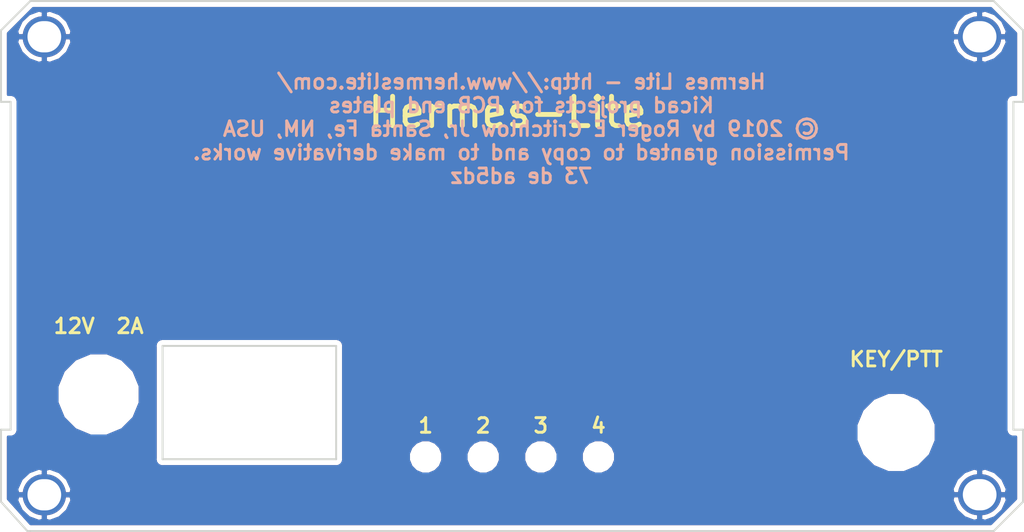
<source format=kicad_pcb>
(kicad_pcb (version 20171130) (host pcbnew 5.0.2+dfsg1-1)

  (general
    (thickness 1.6)
    (drawings 29)
    (tracks 0)
    (zones 0)
    (modules 10)
    (nets 2)
  )

  (page A4)
  (layers
    (0 F.Cu signal)
    (31 B.Cu signal)
    (32 B.Adhes user)
    (33 F.Adhes user)
    (34 B.Paste user)
    (35 F.Paste user)
    (36 B.SilkS user)
    (37 F.SilkS user)
    (38 B.Mask user)
    (39 F.Mask user)
    (40 Dwgs.User user)
    (41 Cmts.User user)
    (42 Eco1.User user)
    (43 Eco2.User user)
    (44 Edge.Cuts user)
    (45 Margin user)
    (46 B.CrtYd user)
    (47 F.CrtYd user)
    (48 B.Fab user)
    (49 F.Fab user)
  )

  (setup
    (last_trace_width 0.25)
    (trace_clearance 0.2)
    (zone_clearance 0.508)
    (zone_45_only no)
    (trace_min 0.2)
    (segment_width 0.2)
    (edge_width 0.2)
    (via_size 0.8)
    (via_drill 0.4)
    (via_min_size 0.4)
    (via_min_drill 0.3)
    (uvia_size 0.3)
    (uvia_drill 0.1)
    (uvias_allowed no)
    (uvia_min_size 0.2)
    (uvia_min_drill 0.1)
    (pcb_text_width 0.3)
    (pcb_text_size 1.5 1.5)
    (mod_edge_width 0.15)
    (mod_text_size 1 1)
    (mod_text_width 0.15)
    (pad_size 4.45 4.2)
    (pad_drill 3.45)
    (pad_to_mask_clearance 0.051)
    (solder_mask_min_width 0.25)
    (aux_axis_origin 0 0)
    (visible_elements FFFFFF7F)
    (pcbplotparams
      (layerselection 0x010fc_ffffffff)
      (usegerberextensions false)
      (usegerberattributes false)
      (usegerberadvancedattributes false)
      (creategerberjobfile false)
      (excludeedgelayer true)
      (linewidth 0.100000)
      (plotframeref false)
      (viasonmask false)
      (mode 1)
      (useauxorigin false)
      (hpglpennumber 1)
      (hpglpenspeed 20)
      (hpglpendiameter 15.000000)
      (psnegative false)
      (psa4output false)
      (plotreference true)
      (plotvalue true)
      (plotinvisibletext false)
      (padsonsilk false)
      (subtractmaskfromsilk false)
      (outputformat 1)
      (mirror false)
      (drillshape 0)
      (scaleselection 1)
      (outputdirectory "gerbers"))
  )

  (net 0 "")
  (net 1 GND)

  (net_class Default "This is the default net class."
    (clearance 0.2)
    (trace_width 0.25)
    (via_dia 0.8)
    (via_drill 0.4)
    (uvia_dia 0.3)
    (uvia_drill 0.1)
    (add_net GND)
  )

  (module MountingHole:MountingHole_2.2mm_M2 (layer F.Cu) (tedit 5D37102B) (tstamp 5D34EB43)
    (at 121.6 187.5)
    (descr "Mounting Hole 2.2mm, no annular, M2")
    (tags "mounting hole 2.2mm no annular m2")
    (attr virtual)
    (fp_text reference 4 (at 0 -3.2) (layer F.SilkS)
      (effects (font (size 1.5 1.5) (thickness 0.3)))
    )
    (fp_text value MountingHole_2.2mm_M2 (at 0 3.2) (layer F.Fab)
      (effects (font (size 1 1) (thickness 0.15)))
    )
    (fp_text user %R (at 0.3 0) (layer F.Fab)
      (effects (font (size 1 1) (thickness 0.15)))
    )
    (fp_circle (center 0 0) (end 2.2 0) (layer Cmts.User) (width 0.15))
    (fp_circle (center 0 0) (end 2.45 0) (layer F.CrtYd) (width 0.05))
    (pad 1 np_thru_hole circle (at 0 0) (size 2.2 2.2) (drill 2.2) (layers *.Cu *.Mask))
  )

  (module MountingHole:MountingHole_2.2mm_M2 (layer F.Cu) (tedit 5D371022) (tstamp 5D34EB35)
    (at 115.7 187.5)
    (descr "Mounting Hole 2.2mm, no annular, M2")
    (tags "mounting hole 2.2mm no annular m2")
    (attr virtual)
    (fp_text reference 3 (at 0 -3.2) (layer F.SilkS)
      (effects (font (size 1.5 1.5) (thickness 0.3)))
    )
    (fp_text value MountingHole_2.2mm_M2 (at 0 3.2) (layer F.Fab)
      (effects (font (size 1 1) (thickness 0.15)))
    )
    (fp_circle (center 0 0) (end 2.45 0) (layer F.CrtYd) (width 0.05))
    (fp_circle (center 0 0) (end 2.2 0) (layer Cmts.User) (width 0.15))
    (fp_text user %R (at 0.3 0) (layer F.Fab)
      (effects (font (size 1 1) (thickness 0.15)))
    )
    (pad 1 np_thru_hole circle (at 0 0) (size 2.2 2.2) (drill 2.2) (layers *.Cu *.Mask))
  )

  (module MountingHole:MountingHole_2.2mm_M2 (layer F.Cu) (tedit 5D371019) (tstamp 5D34EB27)
    (at 109.8 187.5)
    (descr "Mounting Hole 2.2mm, no annular, M2")
    (tags "mounting hole 2.2mm no annular m2")
    (attr virtual)
    (fp_text reference 2 (at 0 -3.2) (layer F.SilkS)
      (effects (font (size 1.5 1.5) (thickness 0.3)))
    )
    (fp_text value MountingHole_2.2mm_M2 (at 0 3.2) (layer F.Fab)
      (effects (font (size 1 1) (thickness 0.15)))
    )
    (fp_text user %R (at 0.3 0) (layer F.Fab)
      (effects (font (size 1 1) (thickness 0.15)))
    )
    (fp_circle (center 0 0) (end 2.2 0) (layer Cmts.User) (width 0.15))
    (fp_circle (center 0 0) (end 2.45 0) (layer F.CrtYd) (width 0.05))
    (pad 1 np_thru_hole circle (at 0 0) (size 2.2 2.2) (drill 2.2) (layers *.Cu *.Mask))
  )

  (module hl2-panel:Oval_Mounting_Hole (layer F.Cu) (tedit 5D33CC53) (tstamp 5D3E00FC)
    (at 64.837664 144.461404)
    (path /5D313F4C)
    (fp_text reference H1 (at 0 0.5) (layer F.SilkS)
      (effects (font (size 1 1) (thickness 0.15)))
    )
    (fp_text value MountingHole_Pad (at 0 -0.5) (layer F.Fab) hide
      (effects (font (size 1 1) (thickness 0.15)))
    )
    (pad 1 thru_hole oval (at 0 0) (size 4.45 4.2) (drill oval 3.45 3.2) (layers *.Cu *.Mask)
      (net 1 GND))
  )

  (module hl2-panel:Oval_Mounting_Hole (layer F.Cu) (tedit 5D34EC48) (tstamp 5D3E0108)
    (at 64.835847 191.382711)
    (path /5D313FA0)
    (fp_text reference H4 (at 0 0.5) (layer F.SilkS)
      (effects (font (size 1 1) (thickness 0.15)))
    )
    (fp_text value MountingHole_Pad (at 0 -0.5) (layer F.Fab) hide
      (effects (font (size 1 1) (thickness 0.15)))
    )
    (pad 1 thru_hole oval (at 0 0) (size 4.45 4.2) (drill oval 3.45 3.2) (layers *.Cu *.Mask)
      (net 1 GND))
  )

  (module hl2-panel:Oval_Mounting_Hole (layer F.Cu) (tedit 5D33CC53) (tstamp 5D3E0104)
    (at 160.655625 191.376298)
    (path /5D313F82)
    (fp_text reference H3 (at 0 0.5) (layer F.SilkS)
      (effects (font (size 1 1) (thickness 0.15)))
    )
    (fp_text value MountingHole_Pad (at 0 -0.5) (layer F.Fab) hide
      (effects (font (size 1 1) (thickness 0.15)))
    )
    (pad 1 thru_hole oval (at 0 0) (size 4.45 4.2) (drill oval 3.45 3.2) (layers *.Cu *.Mask)
      (net 1 GND))
  )

  (module hl2-panel:Oval_Mounting_Hole (layer F.Cu) (tedit 5D33CC53) (tstamp 5D3E0100)
    (at 160.649213 144.459694)
    (path /5D313F66)
    (fp_text reference H2 (at 0 0.5) (layer F.SilkS)
      (effects (font (size 1 1) (thickness 0.15)))
    )
    (fp_text value MountingHole_Pad (at 0 -0.5) (layer F.Fab) hide
      (effects (font (size 1 1) (thickness 0.15)))
    )
    (pad 1 thru_hole oval (at 0 0) (size 4.45 4.2) (drill oval 3.45 3.2) (layers *.Cu *.Mask)
      (net 1 GND))
  )

  (module MountingHole:MountingHole_6mm (layer F.Cu) (tedit 5D370FF3) (tstamp 5D34EA69)
    (at 70.4 181.1)
    (descr "Mounting Hole 6mm, no annular")
    (tags "mounting hole 6mm no annular")
    (attr virtual)
    (fp_text reference "12V  2A" (at 0 -7) (layer F.SilkS)
      (effects (font (size 1.5 1.5) (thickness 0.3)))
    )
    (fp_text value MountingHole_6mm (at 0 7) (layer F.Fab)
      (effects (font (size 1 1) (thickness 0.15)))
    )
    (fp_circle (center 0 0) (end 6.25 0) (layer F.CrtYd) (width 0.05))
    (fp_circle (center 0 0) (end 6 0) (layer Cmts.User) (width 0.15))
    (fp_text user %R (at 0.3 0) (layer F.Fab)
      (effects (font (size 1 1) (thickness 0.15)))
    )
    (pad "" np_thru_hole circle (at 0 0) (size 7.2 7.2) (drill 7.2) (layers *.Cu *.Mask))
  )

  (module MountingHole:MountingHole_2.2mm_M2 (layer F.Cu) (tedit 5D371000) (tstamp 5D34EAB0)
    (at 103.9 187.5)
    (descr "Mounting Hole 2.2mm, no annular, M2")
    (tags "mounting hole 2.2mm no annular m2")
    (attr virtual)
    (fp_text reference 1 (at 0 -3.2) (layer F.SilkS)
      (effects (font (size 1.5 1.5) (thickness 0.3)))
    )
    (fp_text value MountingHole_2.2mm_M2 (at 0 3.2) (layer F.Fab)
      (effects (font (size 1 1) (thickness 0.15)))
    )
    (fp_circle (center 0 0) (end 2.45 0) (layer F.CrtYd) (width 0.05))
    (fp_circle (center 0 0) (end 2.2 0) (layer Cmts.User) (width 0.15))
    (fp_text user %R (at 0.3 0) (layer F.Fab)
      (effects (font (size 1 1) (thickness 0.15)))
    )
    (pad 1 np_thru_hole circle (at 0 0) (size 2.2 2.2) (drill 2.2) (layers *.Cu *.Mask))
  )

  (module MountingHole:MountingHole_6.5mm (layer F.Cu) (tedit 5D37103A) (tstamp 5D34EB8E)
    (at 152.1 185)
    (descr "Mounting Hole 6.5mm, no annular")
    (tags "mounting hole 6.5mm no annular")
    (attr virtual)
    (fp_text reference KEY/PTT (at 0 -7.5) (layer F.SilkS)
      (effects (font (size 1.5 1.5) (thickness 0.3)))
    )
    (fp_text value MountingHole_6.5mm (at 0 7.5) (layer F.Fab)
      (effects (font (size 1 1) (thickness 0.15)))
    )
    (fp_circle (center 0 0) (end 6.75 0) (layer F.CrtYd) (width 0.05))
    (fp_circle (center 0 0) (end 6.5 0) (layer Cmts.User) (width 0.15))
    (fp_text user %R (at 0.3 0) (layer F.Fab)
      (effects (font (size 1 1) (thickness 0.15)))
    )
    (pad "" np_thru_hole circle (at 0 0) (size 6.9 6.9) (drill 6.9) (layers *.Cu *.Mask))
  )

  (gr_text "Hermes Lite - http://www.hermeslite.com/\nKicad projects for PCB end plates\n© 2019 by Roger E Critchlow Jr, Santa Fe, NM, USA\nPermission granted to copy and to make derivative works.\n73 de ad5dz\n" (at 113.7 153.9) (layer B.SilkS)
    (effects (font (size 1.5 1.5) (thickness 0.3)) (justify mirror))
  )
  (gr_text Hermes-Lite (at 112.3 152.2) (layer F.SilkS)
    (effects (font (size 3 3) (thickness 0.5)))
  )
  (gr_line (start 116.710388 187.468348) (end 116.710388 187.468348) (layer Dwgs.User) (width 0.2))
  (gr_line (start 116.710388 187.468348) (end 116.710388 187.468348) (layer Dwgs.User) (width 0.2))
  (gr_line (start 76.952334 187.739969) (end 76.952334 187.739969) (layer Dwgs.User) (width 0.2))
  (gr_line (start 94.732331 187.739969) (end 76.952334 187.739969) (layer Edge.Cuts) (width 0.2))
  (gr_line (start 94.732331 176.133591) (end 94.732331 187.739969) (layer Edge.Cuts) (width 0.2))
  (gr_line (start 76.952334 176.133591) (end 94.732331 176.133591) (layer Edge.Cuts) (width 0.2))
  (gr_line (start 76.952334 187.739969) (end 76.952334 176.133591) (layer Edge.Cuts) (width 0.2))
  (gr_line (start 60.407054 140.795841) (end 60.407054 140.795841) (layer Dwgs.User) (width 0.2))
  (gr_line (start 63.4 195.1) (end 63.1 195.1) (layer Edge.Cuts) (width 0.2))
  (gr_line (start 60.4 192.1) (end 63.1 195.1) (layer Edge.Cuts) (width 0.2))
  (gr_line (start 63.4 195.1) (end 162.1 195.1) (layer Edge.Cuts) (width 0.2) (tstamp 5D34D9BA))
  (gr_line (start 162.1 195.1) (end 165.1 192.1) (layer Edge.Cuts) (width 0.2))
  (gr_line (start 165.1 192.1) (end 165.1 184.714296) (layer Edge.Cuts) (width 0.2) (tstamp 5D34D91B))
  (gr_line (start 162.1 140.8) (end 165.1 143.8) (layer Edge.Cuts) (width 0.2))
  (gr_line (start 162.1 140.8) (end 63.6 140.8) (layer Edge.Cuts) (width 0.2) (tstamp 5D34D7BC))
  (gr_line (start 165.1 143.8) (end 165.1 143.8) (layer Edge.Cuts) (width 0.2) (tstamp 5D34D7A7))
  (gr_line (start 63.6 140.8) (end 63.4 140.8) (layer Edge.Cuts) (width 0.2))
  (gr_line (start 60.4 143.8) (end 63.4 140.8) (layer Edge.Cuts) (width 0.2))
  (gr_line (start 60.395554 143.8) (end 60.395554 151.13) (layer Edge.Cuts) (width 0.2) (tstamp 5D34D5E8))
  (gr_line (start 60.395554 184.714296) (end 60.395554 192.1) (layer Edge.Cuts) (width 0.2))
  (gr_line (start 61.383334 184.71438) (end 60.395554 184.714296) (layer Edge.Cuts) (width 0.2))
  (gr_line (start 61.383334 151.12992) (end 61.383334 184.71438) (layer Edge.Cuts) (width 0.2))
  (gr_line (start 60.395554 151.13) (end 61.383334 151.12992) (layer Edge.Cuts) (width 0.2))
  (gr_line (start 164.11222 151.12992) (end 165.1 151.13) (layer Edge.Cuts) (width 0.2))
  (gr_line (start 164.11222 184.71438) (end 164.11222 151.12992) (layer Edge.Cuts) (width 0.2))
  (gr_line (start 165.1 184.714296) (end 164.11222 184.71438) (layer Edge.Cuts) (width 0.2))
  (gr_line (start 165.1 151.13) (end 165.1 143.8) (layer Edge.Cuts) (width 0.2))

  (zone (net 1) (net_name GND) (layer F.Cu) (tstamp 5D3702AF) (hatch edge 0.508)
    (connect_pads (clearance 0.508))
    (min_thickness 0.254)
    (fill yes (arc_segments 16) (thermal_gap 0.508) (thermal_bridge_width 0.508))
    (polygon
      (pts
        (xy 63.7 141.2) (xy 162 141.1) (xy 164.8 143.9) (xy 164.8 150.8) (xy 163.8 150.8)
        (xy 163.8 185) (xy 164.8 185) (xy 164.8 192) (xy 162 194.8) (xy 63.2 194.8)
        (xy 60.7 192) (xy 60.7 185) (xy 61.7 185) (xy 61.7 150.8) (xy 60.7 150.8)
        (xy 60.7 143.9) (xy 63.4 141.2)
      )
    )
    (polygon
      (pts
        (xy 76.7 175.9) (xy 95 175.9) (xy 95 188) (xy 76.7 188)
      )
    )
    (filled_polygon
      (pts
        (xy 164.365001 144.104448) (xy 164.365 150.394941) (xy 164.184642 150.394927) (xy 164.11222 150.380521) (xy 163.960774 150.410646)
        (xy 163.825494 150.437543) (xy 163.825469 150.43756) (xy 163.825438 150.437566) (xy 163.701861 150.520137) (xy 163.582358 150.599973)
        (xy 163.582341 150.599998) (xy 163.582316 150.600015) (xy 163.502504 150.719463) (xy 163.41989 150.843081) (xy 163.419884 150.843112)
        (xy 163.419867 150.843137) (xy 163.391528 150.985607) (xy 163.362822 151.12986) (xy 163.377221 151.202279) (xy 163.37722 184.642027)
        (xy 163.362822 184.714443) (xy 163.38969 184.849457) (xy 163.419866 185.001162) (xy 163.419885 185.00119) (xy 163.419891 185.001221)
        (xy 163.497086 185.11673) (xy 163.582315 185.244285) (xy 163.582344 185.244304) (xy 163.582361 185.24433) (xy 163.699183 185.322374)
        (xy 163.825437 185.406734) (xy 163.82547 185.406741) (xy 163.825496 185.406758) (xy 163.965004 185.434496) (xy 164.11222 185.463779)
        (xy 164.18464 185.449374) (xy 164.365001 185.449358) (xy 164.365 191.795553) (xy 161.795554 194.365) (xy 63.427342 194.365)
        (xy 61.240822 191.935534) (xy 62.0323 191.935534) (xy 62.050994 192.019229) (xy 62.497048 192.988659) (xy 63.280133 193.713598)
        (xy 64.281031 194.08368) (xy 64.708847 193.958915) (xy 64.708847 191.509711) (xy 64.962847 191.509711) (xy 64.962847 193.958915)
        (xy 65.390663 194.08368) (xy 66.391561 193.713598) (xy 67.174646 192.988659) (xy 67.6207 192.019229) (xy 67.639394 191.935534)
        (xy 67.637807 191.929121) (xy 157.852078 191.929121) (xy 157.870772 192.012816) (xy 158.316826 192.982246) (xy 159.099911 193.707185)
        (xy 160.100809 194.077267) (xy 160.528625 193.952502) (xy 160.528625 191.503298) (xy 160.782625 191.503298) (xy 160.782625 193.952502)
        (xy 161.210441 194.077267) (xy 162.211339 193.707185) (xy 162.994424 192.982246) (xy 163.440478 192.012816) (xy 163.459172 191.929121)
        (xy 163.353743 191.503298) (xy 160.782625 191.503298) (xy 160.528625 191.503298) (xy 157.957507 191.503298) (xy 157.852078 191.929121)
        (xy 67.637807 191.929121) (xy 67.533965 191.509711) (xy 64.962847 191.509711) (xy 64.708847 191.509711) (xy 62.137729 191.509711)
        (xy 62.0323 191.935534) (xy 61.240822 191.935534) (xy 61.130554 191.813015) (xy 61.130554 190.829888) (xy 62.0323 190.829888)
        (xy 62.137729 191.255711) (xy 64.708847 191.255711) (xy 64.708847 188.806507) (xy 64.962847 188.806507) (xy 64.962847 191.255711)
        (xy 67.533965 191.255711) (xy 67.639394 190.829888) (xy 67.637962 190.823475) (xy 157.852078 190.823475) (xy 157.957507 191.249298)
        (xy 160.528625 191.249298) (xy 160.528625 188.800094) (xy 160.782625 188.800094) (xy 160.782625 191.249298) (xy 163.353743 191.249298)
        (xy 163.459172 190.823475) (xy 163.440478 190.73978) (xy 162.994424 189.77035) (xy 162.211339 189.045411) (xy 161.210441 188.675329)
        (xy 160.782625 188.800094) (xy 160.528625 188.800094) (xy 160.100809 188.675329) (xy 159.099911 189.045411) (xy 158.316826 189.77035)
        (xy 157.870772 190.73978) (xy 157.852078 190.823475) (xy 67.637962 190.823475) (xy 67.6207 190.746193) (xy 67.174646 189.776763)
        (xy 66.391561 189.051824) (xy 65.390663 188.681742) (xy 64.962847 188.806507) (xy 64.708847 188.806507) (xy 64.281031 188.681742)
        (xy 63.280133 189.051824) (xy 62.497048 189.776763) (xy 62.050994 190.746193) (xy 62.0323 190.829888) (xy 61.130554 190.829888)
        (xy 61.130554 185.449358) (xy 61.310914 185.449374) (xy 61.383334 185.463779) (xy 61.53055 185.434496) (xy 61.670058 185.406758)
        (xy 61.670084 185.406741) (xy 61.670117 185.406734) (xy 61.796371 185.322374) (xy 61.913193 185.24433) (xy 61.91321 185.244304)
        (xy 61.913239 185.244285) (xy 62.000387 185.113859) (xy 62.075663 185.001221) (xy 62.075669 185.001192) (xy 62.075688 185.001163)
        (xy 62.106317 184.847181) (xy 62.132732 184.714443) (xy 62.118334 184.642027) (xy 62.118334 180.257606) (xy 66.165 180.257606)
        (xy 66.165 181.942394) (xy 66.80974 183.498935) (xy 68.001065 184.69026) (xy 69.557606 185.335) (xy 71.242394 185.335)
        (xy 72.798935 184.69026) (xy 73.99026 183.498935) (xy 74.635 181.942394) (xy 74.635 180.257606) (xy 73.99026 178.701065)
        (xy 72.798935 177.50974) (xy 71.242394 176.865) (xy 69.557606 176.865) (xy 68.001065 177.50974) (xy 66.80974 178.701065)
        (xy 66.165 180.257606) (xy 62.118334 180.257606) (xy 62.118334 176.133591) (xy 76.202935 176.133591) (xy 76.217335 176.205984)
        (xy 76.217334 187.667581) (xy 76.202935 187.739969) (xy 76.25998 188.026752) (xy 76.422429 188.269874) (xy 76.665551 188.432323)
        (xy 76.952334 188.489368) (xy 77.024722 188.474969) (xy 94.659943 188.474969) (xy 94.732331 188.489368) (xy 94.804719 188.474969)
        (xy 94.864409 188.463096) (xy 95.019114 188.432323) (xy 95.262236 188.269874) (xy 95.424685 188.026752) (xy 95.467331 187.812357)
        (xy 95.467331 187.812356) (xy 95.48173 187.739969) (xy 95.467331 187.667581) (xy 95.467331 187.154887) (xy 102.165 187.154887)
        (xy 102.165 187.845113) (xy 102.429138 188.482799) (xy 102.917201 188.970862) (xy 103.554887 189.235) (xy 104.245113 189.235)
        (xy 104.882799 188.970862) (xy 105.370862 188.482799) (xy 105.635 187.845113) (xy 105.635 187.154887) (xy 108.065 187.154887)
        (xy 108.065 187.845113) (xy 108.329138 188.482799) (xy 108.817201 188.970862) (xy 109.454887 189.235) (xy 110.145113 189.235)
        (xy 110.782799 188.970862) (xy 111.270862 188.482799) (xy 111.535 187.845113) (xy 111.535 187.154887) (xy 113.965 187.154887)
        (xy 113.965 187.845113) (xy 114.229138 188.482799) (xy 114.717201 188.970862) (xy 115.354887 189.235) (xy 116.045113 189.235)
        (xy 116.682799 188.970862) (xy 117.170862 188.482799) (xy 117.435 187.845113) (xy 117.435 187.154887) (xy 119.865 187.154887)
        (xy 119.865 187.845113) (xy 120.129138 188.482799) (xy 120.617201 188.970862) (xy 121.254887 189.235) (xy 121.945113 189.235)
        (xy 122.582799 188.970862) (xy 123.070862 188.482799) (xy 123.335 187.845113) (xy 123.335 187.154887) (xy 123.070862 186.517201)
        (xy 122.582799 186.029138) (xy 121.945113 185.765) (xy 121.254887 185.765) (xy 120.617201 186.029138) (xy 120.129138 186.517201)
        (xy 119.865 187.154887) (xy 117.435 187.154887) (xy 117.170862 186.517201) (xy 116.682799 186.029138) (xy 116.045113 185.765)
        (xy 115.354887 185.765) (xy 114.717201 186.029138) (xy 114.229138 186.517201) (xy 113.965 187.154887) (xy 111.535 187.154887)
        (xy 111.270862 186.517201) (xy 110.782799 186.029138) (xy 110.145113 185.765) (xy 109.454887 185.765) (xy 108.817201 186.029138)
        (xy 108.329138 186.517201) (xy 108.065 187.154887) (xy 105.635 187.154887) (xy 105.370862 186.517201) (xy 104.882799 186.029138)
        (xy 104.245113 185.765) (xy 103.554887 185.765) (xy 102.917201 186.029138) (xy 102.429138 186.517201) (xy 102.165 187.154887)
        (xy 95.467331 187.154887) (xy 95.467331 184.187443) (xy 148.015 184.187443) (xy 148.015 185.812557) (xy 148.636904 187.313967)
        (xy 149.786033 188.463096) (xy 151.287443 189.085) (xy 152.912557 189.085) (xy 154.413967 188.463096) (xy 155.563096 187.313967)
        (xy 156.185 185.812557) (xy 156.185 184.187443) (xy 155.563096 182.686033) (xy 154.413967 181.536904) (xy 152.912557 180.915)
        (xy 151.287443 180.915) (xy 149.786033 181.536904) (xy 148.636904 182.686033) (xy 148.015 184.187443) (xy 95.467331 184.187443)
        (xy 95.467331 176.205979) (xy 95.48173 176.133591) (xy 95.424685 175.846808) (xy 95.262236 175.603686) (xy 95.019114 175.441237)
        (xy 94.804719 175.398591) (xy 94.732331 175.384192) (xy 94.659943 175.398591) (xy 77.024722 175.398591) (xy 76.952334 175.384192)
        (xy 76.879946 175.398591) (xy 76.665551 175.441237) (xy 76.422429 175.603686) (xy 76.25998 175.846808) (xy 76.202935 176.133591)
        (xy 62.118334 176.133591) (xy 62.118334 151.202274) (xy 62.132732 151.12986) (xy 62.106417 150.997624) (xy 62.075688 150.843137)
        (xy 62.07567 150.84311) (xy 62.075664 150.843081) (xy 61.99878 150.728037) (xy 61.913239 150.600015) (xy 61.913212 150.599997)
        (xy 61.913196 150.599973) (xy 61.796675 150.52213) (xy 61.670116 150.437566) (xy 61.670085 150.43756) (xy 61.67006 150.437543)
        (xy 61.53478 150.410646) (xy 61.383334 150.380521) (xy 61.310912 150.394927) (xy 61.130554 150.394941) (xy 61.130554 145.014227)
        (xy 62.034117 145.014227) (xy 62.052811 145.097922) (xy 62.498865 146.067352) (xy 63.28195 146.792291) (xy 64.282848 147.162373)
        (xy 64.710664 147.037608) (xy 64.710664 144.588404) (xy 64.964664 144.588404) (xy 64.964664 147.037608) (xy 65.39248 147.162373)
        (xy 66.393378 146.792291) (xy 67.176463 146.067352) (xy 67.622517 145.097922) (xy 67.641211 145.014227) (xy 67.640788 145.012517)
        (xy 157.845666 145.012517) (xy 157.86436 145.096212) (xy 158.310414 146.065642) (xy 159.093499 146.790581) (xy 160.094397 147.160663)
        (xy 160.522213 147.035898) (xy 160.522213 144.586694) (xy 160.776213 144.586694) (xy 160.776213 147.035898) (xy 161.204029 147.160663)
        (xy 162.204927 146.790581) (xy 162.988012 146.065642) (xy 163.434066 145.096212) (xy 163.45276 145.012517) (xy 163.347331 144.586694)
        (xy 160.776213 144.586694) (xy 160.522213 144.586694) (xy 157.951095 144.586694) (xy 157.845666 145.012517) (xy 67.640788 145.012517)
        (xy 67.535782 144.588404) (xy 64.964664 144.588404) (xy 64.710664 144.588404) (xy 62.139546 144.588404) (xy 62.034117 145.014227)
        (xy 61.130554 145.014227) (xy 61.130554 144.108892) (xy 61.330865 143.908581) (xy 62.034117 143.908581) (xy 62.139546 144.334404)
        (xy 64.710664 144.334404) (xy 64.710664 141.8852) (xy 64.964664 141.8852) (xy 64.964664 144.334404) (xy 67.535782 144.334404)
        (xy 67.641211 143.908581) (xy 67.64083 143.906871) (xy 157.845666 143.906871) (xy 157.951095 144.332694) (xy 160.522213 144.332694)
        (xy 160.522213 141.88349) (xy 160.776213 141.88349) (xy 160.776213 144.332694) (xy 163.347331 144.332694) (xy 163.45276 143.906871)
        (xy 163.434066 143.823176) (xy 162.988012 142.853746) (xy 162.204927 142.128807) (xy 161.204029 141.758725) (xy 160.776213 141.88349)
        (xy 160.522213 141.88349) (xy 160.094397 141.758725) (xy 159.093499 142.128807) (xy 158.310414 142.853746) (xy 157.86436 143.823176)
        (xy 157.845666 143.906871) (xy 67.64083 143.906871) (xy 67.622517 143.824886) (xy 67.176463 142.855456) (xy 66.393378 142.130517)
        (xy 65.39248 141.760435) (xy 64.964664 141.8852) (xy 64.710664 141.8852) (xy 64.282848 141.760435) (xy 63.28195 142.130517)
        (xy 62.498865 142.855456) (xy 62.052811 143.824886) (xy 62.034117 143.908581) (xy 61.330865 143.908581) (xy 63.704447 141.535)
        (xy 161.795554 141.535)
      )
    )
  )
  (zone (net 1) (net_name GND) (layer B.Cu) (tstamp 5D3702AC) (hatch edge 0.508)
    (connect_pads (clearance 0.508))
    (min_thickness 0.254)
    (fill yes (arc_segments 16) (thermal_gap 0.508) (thermal_bridge_width 0.508))
    (polygon
      (pts
        (xy 63.7 141.2) (xy 162 141.1) (xy 164.8 143.9) (xy 164.8 150.8) (xy 163.8 150.8)
        (xy 163.8 185) (xy 164.8 185) (xy 164.8 192) (xy 162 194.8) (xy 63.2 194.8)
        (xy 60.7 192) (xy 60.7 185) (xy 61.7 185) (xy 61.7 150.8) (xy 60.7 150.8)
        (xy 60.7 143.9) (xy 63.4 141.2)
      )
    )
    (polygon
      (pts
        (xy 76.7 175.9) (xy 95 175.9) (xy 95 188) (xy 76.7 188)
      )
    )
    (filled_polygon
      (pts
        (xy 164.365001 144.104448) (xy 164.365 150.394941) (xy 164.184642 150.394927) (xy 164.11222 150.380521) (xy 163.960774 150.410646)
        (xy 163.825494 150.437543) (xy 163.825469 150.43756) (xy 163.825438 150.437566) (xy 163.701861 150.520137) (xy 163.582358 150.599973)
        (xy 163.582341 150.599998) (xy 163.582316 150.600015) (xy 163.502504 150.719463) (xy 163.41989 150.843081) (xy 163.419884 150.843112)
        (xy 163.419867 150.843137) (xy 163.391528 150.985607) (xy 163.362822 151.12986) (xy 163.377221 151.202279) (xy 163.37722 184.642027)
        (xy 163.362822 184.714443) (xy 163.38969 184.849457) (xy 163.419866 185.001162) (xy 163.419885 185.00119) (xy 163.419891 185.001221)
        (xy 163.497086 185.11673) (xy 163.582315 185.244285) (xy 163.582344 185.244304) (xy 163.582361 185.24433) (xy 163.699183 185.322374)
        (xy 163.825437 185.406734) (xy 163.82547 185.406741) (xy 163.825496 185.406758) (xy 163.965004 185.434496) (xy 164.11222 185.463779)
        (xy 164.18464 185.449374) (xy 164.365001 185.449358) (xy 164.365 191.795553) (xy 161.795554 194.365) (xy 63.427342 194.365)
        (xy 61.240822 191.935534) (xy 62.0323 191.935534) (xy 62.050994 192.019229) (xy 62.497048 192.988659) (xy 63.280133 193.713598)
        (xy 64.281031 194.08368) (xy 64.708847 193.958915) (xy 64.708847 191.509711) (xy 64.962847 191.509711) (xy 64.962847 193.958915)
        (xy 65.390663 194.08368) (xy 66.391561 193.713598) (xy 67.174646 192.988659) (xy 67.6207 192.019229) (xy 67.639394 191.935534)
        (xy 67.637807 191.929121) (xy 157.852078 191.929121) (xy 157.870772 192.012816) (xy 158.316826 192.982246) (xy 159.099911 193.707185)
        (xy 160.100809 194.077267) (xy 160.528625 193.952502) (xy 160.528625 191.503298) (xy 160.782625 191.503298) (xy 160.782625 193.952502)
        (xy 161.210441 194.077267) (xy 162.211339 193.707185) (xy 162.994424 192.982246) (xy 163.440478 192.012816) (xy 163.459172 191.929121)
        (xy 163.353743 191.503298) (xy 160.782625 191.503298) (xy 160.528625 191.503298) (xy 157.957507 191.503298) (xy 157.852078 191.929121)
        (xy 67.637807 191.929121) (xy 67.533965 191.509711) (xy 64.962847 191.509711) (xy 64.708847 191.509711) (xy 62.137729 191.509711)
        (xy 62.0323 191.935534) (xy 61.240822 191.935534) (xy 61.130554 191.813015) (xy 61.130554 190.829888) (xy 62.0323 190.829888)
        (xy 62.137729 191.255711) (xy 64.708847 191.255711) (xy 64.708847 188.806507) (xy 64.962847 188.806507) (xy 64.962847 191.255711)
        (xy 67.533965 191.255711) (xy 67.639394 190.829888) (xy 67.637962 190.823475) (xy 157.852078 190.823475) (xy 157.957507 191.249298)
        (xy 160.528625 191.249298) (xy 160.528625 188.800094) (xy 160.782625 188.800094) (xy 160.782625 191.249298) (xy 163.353743 191.249298)
        (xy 163.459172 190.823475) (xy 163.440478 190.73978) (xy 162.994424 189.77035) (xy 162.211339 189.045411) (xy 161.210441 188.675329)
        (xy 160.782625 188.800094) (xy 160.528625 188.800094) (xy 160.100809 188.675329) (xy 159.099911 189.045411) (xy 158.316826 189.77035)
        (xy 157.870772 190.73978) (xy 157.852078 190.823475) (xy 67.637962 190.823475) (xy 67.6207 190.746193) (xy 67.174646 189.776763)
        (xy 66.391561 189.051824) (xy 65.390663 188.681742) (xy 64.962847 188.806507) (xy 64.708847 188.806507) (xy 64.281031 188.681742)
        (xy 63.280133 189.051824) (xy 62.497048 189.776763) (xy 62.050994 190.746193) (xy 62.0323 190.829888) (xy 61.130554 190.829888)
        (xy 61.130554 185.449358) (xy 61.310914 185.449374) (xy 61.383334 185.463779) (xy 61.53055 185.434496) (xy 61.670058 185.406758)
        (xy 61.670084 185.406741) (xy 61.670117 185.406734) (xy 61.796371 185.322374) (xy 61.913193 185.24433) (xy 61.91321 185.244304)
        (xy 61.913239 185.244285) (xy 62.000387 185.113859) (xy 62.075663 185.001221) (xy 62.075669 185.001192) (xy 62.075688 185.001163)
        (xy 62.106317 184.847181) (xy 62.132732 184.714443) (xy 62.118334 184.642027) (xy 62.118334 180.257606) (xy 66.165 180.257606)
        (xy 66.165 181.942394) (xy 66.80974 183.498935) (xy 68.001065 184.69026) (xy 69.557606 185.335) (xy 71.242394 185.335)
        (xy 72.798935 184.69026) (xy 73.99026 183.498935) (xy 74.635 181.942394) (xy 74.635 180.257606) (xy 73.99026 178.701065)
        (xy 72.798935 177.50974) (xy 71.242394 176.865) (xy 69.557606 176.865) (xy 68.001065 177.50974) (xy 66.80974 178.701065)
        (xy 66.165 180.257606) (xy 62.118334 180.257606) (xy 62.118334 176.133591) (xy 76.202935 176.133591) (xy 76.217335 176.205984)
        (xy 76.217334 187.667581) (xy 76.202935 187.739969) (xy 76.25998 188.026752) (xy 76.422429 188.269874) (xy 76.665551 188.432323)
        (xy 76.952334 188.489368) (xy 77.024722 188.474969) (xy 94.659943 188.474969) (xy 94.732331 188.489368) (xy 94.804719 188.474969)
        (xy 94.864409 188.463096) (xy 95.019114 188.432323) (xy 95.262236 188.269874) (xy 95.424685 188.026752) (xy 95.467331 187.812357)
        (xy 95.467331 187.812356) (xy 95.48173 187.739969) (xy 95.467331 187.667581) (xy 95.467331 187.154887) (xy 102.165 187.154887)
        (xy 102.165 187.845113) (xy 102.429138 188.482799) (xy 102.917201 188.970862) (xy 103.554887 189.235) (xy 104.245113 189.235)
        (xy 104.882799 188.970862) (xy 105.370862 188.482799) (xy 105.635 187.845113) (xy 105.635 187.154887) (xy 108.065 187.154887)
        (xy 108.065 187.845113) (xy 108.329138 188.482799) (xy 108.817201 188.970862) (xy 109.454887 189.235) (xy 110.145113 189.235)
        (xy 110.782799 188.970862) (xy 111.270862 188.482799) (xy 111.535 187.845113) (xy 111.535 187.154887) (xy 113.965 187.154887)
        (xy 113.965 187.845113) (xy 114.229138 188.482799) (xy 114.717201 188.970862) (xy 115.354887 189.235) (xy 116.045113 189.235)
        (xy 116.682799 188.970862) (xy 117.170862 188.482799) (xy 117.435 187.845113) (xy 117.435 187.154887) (xy 119.865 187.154887)
        (xy 119.865 187.845113) (xy 120.129138 188.482799) (xy 120.617201 188.970862) (xy 121.254887 189.235) (xy 121.945113 189.235)
        (xy 122.582799 188.970862) (xy 123.070862 188.482799) (xy 123.335 187.845113) (xy 123.335 187.154887) (xy 123.070862 186.517201)
        (xy 122.582799 186.029138) (xy 121.945113 185.765) (xy 121.254887 185.765) (xy 120.617201 186.029138) (xy 120.129138 186.517201)
        (xy 119.865 187.154887) (xy 117.435 187.154887) (xy 117.170862 186.517201) (xy 116.682799 186.029138) (xy 116.045113 185.765)
        (xy 115.354887 185.765) (xy 114.717201 186.029138) (xy 114.229138 186.517201) (xy 113.965 187.154887) (xy 111.535 187.154887)
        (xy 111.270862 186.517201) (xy 110.782799 186.029138) (xy 110.145113 185.765) (xy 109.454887 185.765) (xy 108.817201 186.029138)
        (xy 108.329138 186.517201) (xy 108.065 187.154887) (xy 105.635 187.154887) (xy 105.370862 186.517201) (xy 104.882799 186.029138)
        (xy 104.245113 185.765) (xy 103.554887 185.765) (xy 102.917201 186.029138) (xy 102.429138 186.517201) (xy 102.165 187.154887)
        (xy 95.467331 187.154887) (xy 95.467331 184.187443) (xy 148.015 184.187443) (xy 148.015 185.812557) (xy 148.636904 187.313967)
        (xy 149.786033 188.463096) (xy 151.287443 189.085) (xy 152.912557 189.085) (xy 154.413967 188.463096) (xy 155.563096 187.313967)
        (xy 156.185 185.812557) (xy 156.185 184.187443) (xy 155.563096 182.686033) (xy 154.413967 181.536904) (xy 152.912557 180.915)
        (xy 151.287443 180.915) (xy 149.786033 181.536904) (xy 148.636904 182.686033) (xy 148.015 184.187443) (xy 95.467331 184.187443)
        (xy 95.467331 176.205979) (xy 95.48173 176.133591) (xy 95.424685 175.846808) (xy 95.262236 175.603686) (xy 95.019114 175.441237)
        (xy 94.804719 175.398591) (xy 94.732331 175.384192) (xy 94.659943 175.398591) (xy 77.024722 175.398591) (xy 76.952334 175.384192)
        (xy 76.879946 175.398591) (xy 76.665551 175.441237) (xy 76.422429 175.603686) (xy 76.25998 175.846808) (xy 76.202935 176.133591)
        (xy 62.118334 176.133591) (xy 62.118334 151.202274) (xy 62.132732 151.12986) (xy 62.106417 150.997624) (xy 62.075688 150.843137)
        (xy 62.07567 150.84311) (xy 62.075664 150.843081) (xy 61.99878 150.728037) (xy 61.913239 150.600015) (xy 61.913212 150.599997)
        (xy 61.913196 150.599973) (xy 61.796675 150.52213) (xy 61.670116 150.437566) (xy 61.670085 150.43756) (xy 61.67006 150.437543)
        (xy 61.53478 150.410646) (xy 61.383334 150.380521) (xy 61.310912 150.394927) (xy 61.130554 150.394941) (xy 61.130554 145.014227)
        (xy 62.034117 145.014227) (xy 62.052811 145.097922) (xy 62.498865 146.067352) (xy 63.28195 146.792291) (xy 64.282848 147.162373)
        (xy 64.710664 147.037608) (xy 64.710664 144.588404) (xy 64.964664 144.588404) (xy 64.964664 147.037608) (xy 65.39248 147.162373)
        (xy 66.393378 146.792291) (xy 67.176463 146.067352) (xy 67.622517 145.097922) (xy 67.641211 145.014227) (xy 67.640788 145.012517)
        (xy 157.845666 145.012517) (xy 157.86436 145.096212) (xy 158.310414 146.065642) (xy 159.093499 146.790581) (xy 160.094397 147.160663)
        (xy 160.522213 147.035898) (xy 160.522213 144.586694) (xy 160.776213 144.586694) (xy 160.776213 147.035898) (xy 161.204029 147.160663)
        (xy 162.204927 146.790581) (xy 162.988012 146.065642) (xy 163.434066 145.096212) (xy 163.45276 145.012517) (xy 163.347331 144.586694)
        (xy 160.776213 144.586694) (xy 160.522213 144.586694) (xy 157.951095 144.586694) (xy 157.845666 145.012517) (xy 67.640788 145.012517)
        (xy 67.535782 144.588404) (xy 64.964664 144.588404) (xy 64.710664 144.588404) (xy 62.139546 144.588404) (xy 62.034117 145.014227)
        (xy 61.130554 145.014227) (xy 61.130554 144.108892) (xy 61.330865 143.908581) (xy 62.034117 143.908581) (xy 62.139546 144.334404)
        (xy 64.710664 144.334404) (xy 64.710664 141.8852) (xy 64.964664 141.8852) (xy 64.964664 144.334404) (xy 67.535782 144.334404)
        (xy 67.641211 143.908581) (xy 67.64083 143.906871) (xy 157.845666 143.906871) (xy 157.951095 144.332694) (xy 160.522213 144.332694)
        (xy 160.522213 141.88349) (xy 160.776213 141.88349) (xy 160.776213 144.332694) (xy 163.347331 144.332694) (xy 163.45276 143.906871)
        (xy 163.434066 143.823176) (xy 162.988012 142.853746) (xy 162.204927 142.128807) (xy 161.204029 141.758725) (xy 160.776213 141.88349)
        (xy 160.522213 141.88349) (xy 160.094397 141.758725) (xy 159.093499 142.128807) (xy 158.310414 142.853746) (xy 157.86436 143.823176)
        (xy 157.845666 143.906871) (xy 67.64083 143.906871) (xy 67.622517 143.824886) (xy 67.176463 142.855456) (xy 66.393378 142.130517)
        (xy 65.39248 141.760435) (xy 64.964664 141.8852) (xy 64.710664 141.8852) (xy 64.282848 141.760435) (xy 63.28195 142.130517)
        (xy 62.498865 142.855456) (xy 62.052811 143.824886) (xy 62.034117 143.908581) (xy 61.330865 143.908581) (xy 63.704447 141.535)
        (xy 161.795554 141.535)
      )
    )
  )
  (zone (net 1) (net_name GND) (layer B.Cu) (tstamp 5D3702A9) (hatch edge 0.508)
    (connect_pads (clearance 0.508))
    (min_thickness 0.254)
    (fill yes (arc_segments 16) (thermal_gap 0.508) (thermal_bridge_width 0.508))
    (polygon
      (pts
        (xy 63.7 141.2) (xy 162 141.1) (xy 164.8 143.9) (xy 164.8 150.8) (xy 163.8 150.8)
        (xy 163.8 185) (xy 164.8 185) (xy 164.8 192) (xy 162 194.8) (xy 63.2 194.8)
        (xy 60.7 192) (xy 60.7 185) (xy 61.7 185) (xy 61.7 150.8) (xy 60.7 150.8)
        (xy 60.7 143.9) (xy 63.4 141.2)
      )
    )
    (polygon
      (pts
        (xy 76.7 175.9) (xy 95 175.9) (xy 95 188) (xy 76.7 188)
      )
    )
    (filled_polygon
      (pts
        (xy 164.365001 144.104448) (xy 164.365 150.394941) (xy 164.184642 150.394927) (xy 164.11222 150.380521) (xy 163.960774 150.410646)
        (xy 163.825494 150.437543) (xy 163.825469 150.43756) (xy 163.825438 150.437566) (xy 163.701861 150.520137) (xy 163.582358 150.599973)
        (xy 163.582341 150.599998) (xy 163.582316 150.600015) (xy 163.502504 150.719463) (xy 163.41989 150.843081) (xy 163.419884 150.843112)
        (xy 163.419867 150.843137) (xy 163.391528 150.985607) (xy 163.362822 151.12986) (xy 163.377221 151.202279) (xy 163.37722 184.642027)
        (xy 163.362822 184.714443) (xy 163.38969 184.849457) (xy 163.419866 185.001162) (xy 163.419885 185.00119) (xy 163.419891 185.001221)
        (xy 163.497086 185.11673) (xy 163.582315 185.244285) (xy 163.582344 185.244304) (xy 163.582361 185.24433) (xy 163.699183 185.322374)
        (xy 163.825437 185.406734) (xy 163.82547 185.406741) (xy 163.825496 185.406758) (xy 163.965004 185.434496) (xy 164.11222 185.463779)
        (xy 164.18464 185.449374) (xy 164.365001 185.449358) (xy 164.365 191.795553) (xy 161.795554 194.365) (xy 63.427342 194.365)
        (xy 61.240822 191.935534) (xy 62.0323 191.935534) (xy 62.050994 192.019229) (xy 62.497048 192.988659) (xy 63.280133 193.713598)
        (xy 64.281031 194.08368) (xy 64.708847 193.958915) (xy 64.708847 191.509711) (xy 64.962847 191.509711) (xy 64.962847 193.958915)
        (xy 65.390663 194.08368) (xy 66.391561 193.713598) (xy 67.174646 192.988659) (xy 67.6207 192.019229) (xy 67.639394 191.935534)
        (xy 67.637807 191.929121) (xy 157.852078 191.929121) (xy 157.870772 192.012816) (xy 158.316826 192.982246) (xy 159.099911 193.707185)
        (xy 160.100809 194.077267) (xy 160.528625 193.952502) (xy 160.528625 191.503298) (xy 160.782625 191.503298) (xy 160.782625 193.952502)
        (xy 161.210441 194.077267) (xy 162.211339 193.707185) (xy 162.994424 192.982246) (xy 163.440478 192.012816) (xy 163.459172 191.929121)
        (xy 163.353743 191.503298) (xy 160.782625 191.503298) (xy 160.528625 191.503298) (xy 157.957507 191.503298) (xy 157.852078 191.929121)
        (xy 67.637807 191.929121) (xy 67.533965 191.509711) (xy 64.962847 191.509711) (xy 64.708847 191.509711) (xy 62.137729 191.509711)
        (xy 62.0323 191.935534) (xy 61.240822 191.935534) (xy 61.130554 191.813015) (xy 61.130554 190.829888) (xy 62.0323 190.829888)
        (xy 62.137729 191.255711) (xy 64.708847 191.255711) (xy 64.708847 188.806507) (xy 64.962847 188.806507) (xy 64.962847 191.255711)
        (xy 67.533965 191.255711) (xy 67.639394 190.829888) (xy 67.637962 190.823475) (xy 157.852078 190.823475) (xy 157.957507 191.249298)
        (xy 160.528625 191.249298) (xy 160.528625 188.800094) (xy 160.782625 188.800094) (xy 160.782625 191.249298) (xy 163.353743 191.249298)
        (xy 163.459172 190.823475) (xy 163.440478 190.73978) (xy 162.994424 189.77035) (xy 162.211339 189.045411) (xy 161.210441 188.675329)
        (xy 160.782625 188.800094) (xy 160.528625 188.800094) (xy 160.100809 188.675329) (xy 159.099911 189.045411) (xy 158.316826 189.77035)
        (xy 157.870772 190.73978) (xy 157.852078 190.823475) (xy 67.637962 190.823475) (xy 67.6207 190.746193) (xy 67.174646 189.776763)
        (xy 66.391561 189.051824) (xy 65.390663 188.681742) (xy 64.962847 188.806507) (xy 64.708847 188.806507) (xy 64.281031 188.681742)
        (xy 63.280133 189.051824) (xy 62.497048 189.776763) (xy 62.050994 190.746193) (xy 62.0323 190.829888) (xy 61.130554 190.829888)
        (xy 61.130554 185.449358) (xy 61.310914 185.449374) (xy 61.383334 185.463779) (xy 61.53055 185.434496) (xy 61.670058 185.406758)
        (xy 61.670084 185.406741) (xy 61.670117 185.406734) (xy 61.796371 185.322374) (xy 61.913193 185.24433) (xy 61.91321 185.244304)
        (xy 61.913239 185.244285) (xy 62.000387 185.113859) (xy 62.075663 185.001221) (xy 62.075669 185.001192) (xy 62.075688 185.001163)
        (xy 62.106317 184.847181) (xy 62.132732 184.714443) (xy 62.118334 184.642027) (xy 62.118334 180.257606) (xy 66.165 180.257606)
        (xy 66.165 181.942394) (xy 66.80974 183.498935) (xy 68.001065 184.69026) (xy 69.557606 185.335) (xy 71.242394 185.335)
        (xy 72.798935 184.69026) (xy 73.99026 183.498935) (xy 74.635 181.942394) (xy 74.635 180.257606) (xy 73.99026 178.701065)
        (xy 72.798935 177.50974) (xy 71.242394 176.865) (xy 69.557606 176.865) (xy 68.001065 177.50974) (xy 66.80974 178.701065)
        (xy 66.165 180.257606) (xy 62.118334 180.257606) (xy 62.118334 176.133591) (xy 76.202935 176.133591) (xy 76.217335 176.205984)
        (xy 76.217334 187.667581) (xy 76.202935 187.739969) (xy 76.25998 188.026752) (xy 76.422429 188.269874) (xy 76.665551 188.432323)
        (xy 76.952334 188.489368) (xy 77.024722 188.474969) (xy 94.659943 188.474969) (xy 94.732331 188.489368) (xy 94.804719 188.474969)
        (xy 94.864409 188.463096) (xy 95.019114 188.432323) (xy 95.262236 188.269874) (xy 95.424685 188.026752) (xy 95.467331 187.812357)
        (xy 95.467331 187.812356) (xy 95.48173 187.739969) (xy 95.467331 187.667581) (xy 95.467331 187.154887) (xy 102.165 187.154887)
        (xy 102.165 187.845113) (xy 102.429138 188.482799) (xy 102.917201 188.970862) (xy 103.554887 189.235) (xy 104.245113 189.235)
        (xy 104.882799 188.970862) (xy 105.370862 188.482799) (xy 105.635 187.845113) (xy 105.635 187.154887) (xy 108.065 187.154887)
        (xy 108.065 187.845113) (xy 108.329138 188.482799) (xy 108.817201 188.970862) (xy 109.454887 189.235) (xy 110.145113 189.235)
        (xy 110.782799 188.970862) (xy 111.270862 188.482799) (xy 111.535 187.845113) (xy 111.535 187.154887) (xy 113.965 187.154887)
        (xy 113.965 187.845113) (xy 114.229138 188.482799) (xy 114.717201 188.970862) (xy 115.354887 189.235) (xy 116.045113 189.235)
        (xy 116.682799 188.970862) (xy 117.170862 188.482799) (xy 117.435 187.845113) (xy 117.435 187.154887) (xy 119.865 187.154887)
        (xy 119.865 187.845113) (xy 120.129138 188.482799) (xy 120.617201 188.970862) (xy 121.254887 189.235) (xy 121.945113 189.235)
        (xy 122.582799 188.970862) (xy 123.070862 188.482799) (xy 123.335 187.845113) (xy 123.335 187.154887) (xy 123.070862 186.517201)
        (xy 122.582799 186.029138) (xy 121.945113 185.765) (xy 121.254887 185.765) (xy 120.617201 186.029138) (xy 120.129138 186.517201)
        (xy 119.865 187.154887) (xy 117.435 187.154887) (xy 117.170862 186.517201) (xy 116.682799 186.029138) (xy 116.045113 185.765)
        (xy 115.354887 185.765) (xy 114.717201 186.029138) (xy 114.229138 186.517201) (xy 113.965 187.154887) (xy 111.535 187.154887)
        (xy 111.270862 186.517201) (xy 110.782799 186.029138) (xy 110.145113 185.765) (xy 109.454887 185.765) (xy 108.817201 186.029138)
        (xy 108.329138 186.517201) (xy 108.065 187.154887) (xy 105.635 187.154887) (xy 105.370862 186.517201) (xy 104.882799 186.029138)
        (xy 104.245113 185.765) (xy 103.554887 185.765) (xy 102.917201 186.029138) (xy 102.429138 186.517201) (xy 102.165 187.154887)
        (xy 95.467331 187.154887) (xy 95.467331 184.187443) (xy 148.015 184.187443) (xy 148.015 185.812557) (xy 148.636904 187.313967)
        (xy 149.786033 188.463096) (xy 151.287443 189.085) (xy 152.912557 189.085) (xy 154.413967 188.463096) (xy 155.563096 187.313967)
        (xy 156.185 185.812557) (xy 156.185 184.187443) (xy 155.563096 182.686033) (xy 154.413967 181.536904) (xy 152.912557 180.915)
        (xy 151.287443 180.915) (xy 149.786033 181.536904) (xy 148.636904 182.686033) (xy 148.015 184.187443) (xy 95.467331 184.187443)
        (xy 95.467331 176.205979) (xy 95.48173 176.133591) (xy 95.424685 175.846808) (xy 95.262236 175.603686) (xy 95.019114 175.441237)
        (xy 94.804719 175.398591) (xy 94.732331 175.384192) (xy 94.659943 175.398591) (xy 77.024722 175.398591) (xy 76.952334 175.384192)
        (xy 76.879946 175.398591) (xy 76.665551 175.441237) (xy 76.422429 175.603686) (xy 76.25998 175.846808) (xy 76.202935 176.133591)
        (xy 62.118334 176.133591) (xy 62.118334 151.202274) (xy 62.132732 151.12986) (xy 62.106417 150.997624) (xy 62.075688 150.843137)
        (xy 62.07567 150.84311) (xy 62.075664 150.843081) (xy 61.99878 150.728037) (xy 61.913239 150.600015) (xy 61.913212 150.599997)
        (xy 61.913196 150.599973) (xy 61.796675 150.52213) (xy 61.670116 150.437566) (xy 61.670085 150.43756) (xy 61.67006 150.437543)
        (xy 61.53478 150.410646) (xy 61.383334 150.380521) (xy 61.310912 150.394927) (xy 61.130554 150.394941) (xy 61.130554 145.014227)
        (xy 62.034117 145.014227) (xy 62.052811 145.097922) (xy 62.498865 146.067352) (xy 63.28195 146.792291) (xy 64.282848 147.162373)
        (xy 64.710664 147.037608) (xy 64.710664 144.588404) (xy 64.964664 144.588404) (xy 64.964664 147.037608) (xy 65.39248 147.162373)
        (xy 66.393378 146.792291) (xy 67.176463 146.067352) (xy 67.622517 145.097922) (xy 67.641211 145.014227) (xy 67.640788 145.012517)
        (xy 157.845666 145.012517) (xy 157.86436 145.096212) (xy 158.310414 146.065642) (xy 159.093499 146.790581) (xy 160.094397 147.160663)
        (xy 160.522213 147.035898) (xy 160.522213 144.586694) (xy 160.776213 144.586694) (xy 160.776213 147.035898) (xy 161.204029 147.160663)
        (xy 162.204927 146.790581) (xy 162.988012 146.065642) (xy 163.434066 145.096212) (xy 163.45276 145.012517) (xy 163.347331 144.586694)
        (xy 160.776213 144.586694) (xy 160.522213 144.586694) (xy 157.951095 144.586694) (xy 157.845666 145.012517) (xy 67.640788 145.012517)
        (xy 67.535782 144.588404) (xy 64.964664 144.588404) (xy 64.710664 144.588404) (xy 62.139546 144.588404) (xy 62.034117 145.014227)
        (xy 61.130554 145.014227) (xy 61.130554 144.108892) (xy 61.330865 143.908581) (xy 62.034117 143.908581) (xy 62.139546 144.334404)
        (xy 64.710664 144.334404) (xy 64.710664 141.8852) (xy 64.964664 141.8852) (xy 64.964664 144.334404) (xy 67.535782 144.334404)
        (xy 67.641211 143.908581) (xy 67.64083 143.906871) (xy 157.845666 143.906871) (xy 157.951095 144.332694) (xy 160.522213 144.332694)
        (xy 160.522213 141.88349) (xy 160.776213 141.88349) (xy 160.776213 144.332694) (xy 163.347331 144.332694) (xy 163.45276 143.906871)
        (xy 163.434066 143.823176) (xy 162.988012 142.853746) (xy 162.204927 142.128807) (xy 161.204029 141.758725) (xy 160.776213 141.88349)
        (xy 160.522213 141.88349) (xy 160.094397 141.758725) (xy 159.093499 142.128807) (xy 158.310414 142.853746) (xy 157.86436 143.823176)
        (xy 157.845666 143.906871) (xy 67.64083 143.906871) (xy 67.622517 143.824886) (xy 67.176463 142.855456) (xy 66.393378 142.130517)
        (xy 65.39248 141.760435) (xy 64.964664 141.8852) (xy 64.710664 141.8852) (xy 64.282848 141.760435) (xy 63.28195 142.130517)
        (xy 62.498865 142.855456) (xy 62.052811 143.824886) (xy 62.034117 143.908581) (xy 61.330865 143.908581) (xy 63.704447 141.535)
        (xy 161.795554 141.535)
      )
    )
  )
)

</source>
